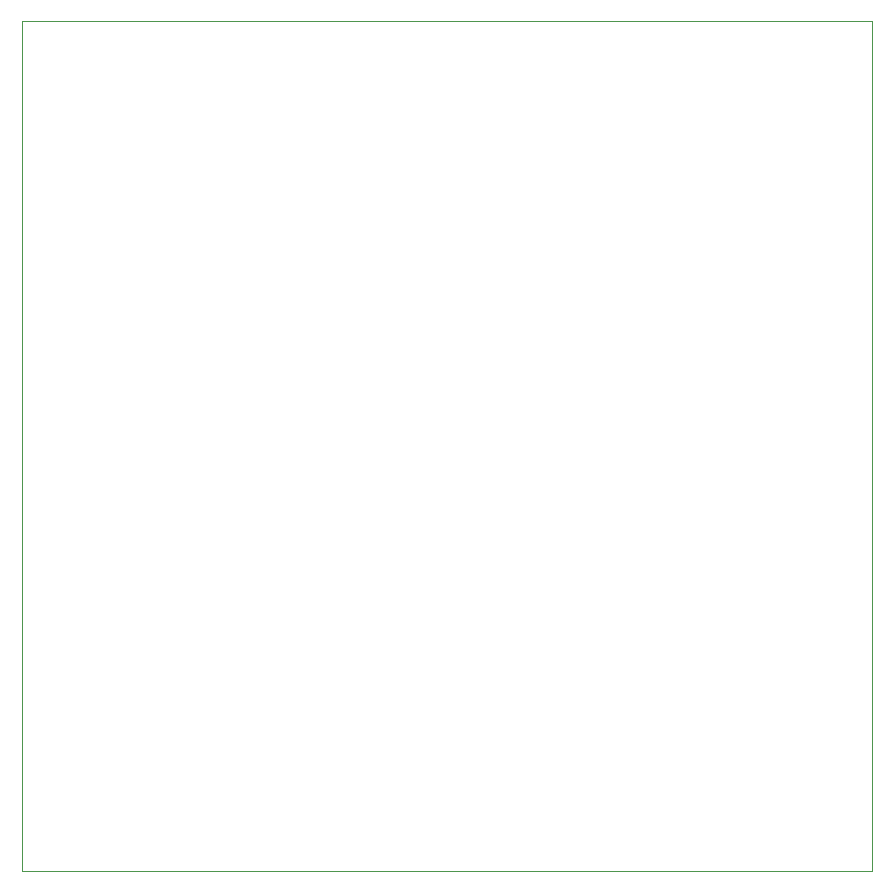
<source format=gm1>
%TF.GenerationSoftware,KiCad,Pcbnew,9.0.0*%
%TF.CreationDate,2025-03-31T15:24:45+09:00*%
%TF.ProjectId,ymz771,796d7a37-3731-42e6-9b69-6361645f7063,rev?*%
%TF.SameCoordinates,Original*%
%TF.FileFunction,Profile,NP*%
%FSLAX46Y46*%
G04 Gerber Fmt 4.6, Leading zero omitted, Abs format (unit mm)*
G04 Created by KiCad (PCBNEW 9.0.0) date 2025-03-31 15:24:45*
%MOMM*%
%LPD*%
G01*
G04 APERTURE LIST*
%TA.AperFunction,Profile*%
%ADD10C,0.050000*%
%TD*%
G04 APERTURE END LIST*
D10*
X100000000Y-75000000D02*
X172000000Y-75000000D01*
X172000000Y-147000000D01*
X100000000Y-147000000D01*
X100000000Y-75000000D01*
M02*

</source>
